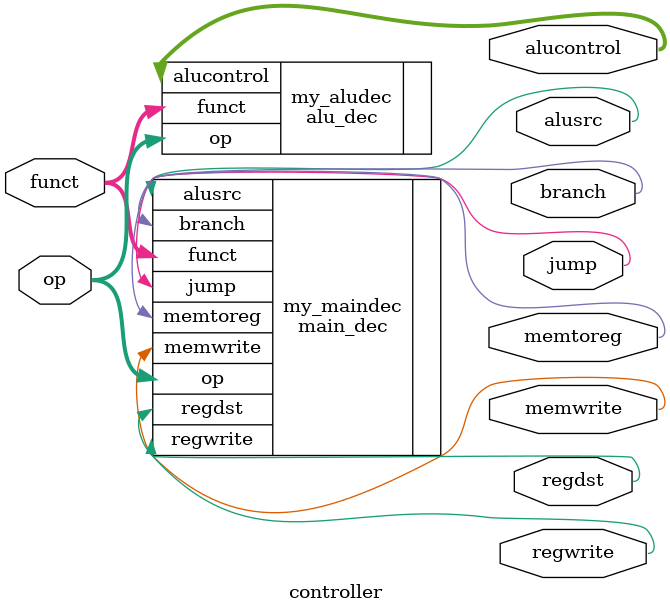
<source format=v>
`timescale 1ns / 1ps

module controller(
	input wire [5:0] op,funct,
	output wire memtoreg,memwrite,
    output wire branch,alusrc,
    output wire regdst,regwrite,
	output wire jump,
	output wire[7:0] alucontrol //TODO change length in flowmips.v
    );

	// wire[1:0] aluop;

	main_dec my_maindec(.op(op),.funct(funct),.regwrite(regwrite),.regdst(regdst),.alusrc(alusrc),.branch(branch),
    			.memwrite(memwrite),.memtoreg(memtoreg),.jump(jump));
	
	alu_dec my_aludec(.funct(funct),.op(op),.alucontrol(alucontrol));

endmodule

</source>
